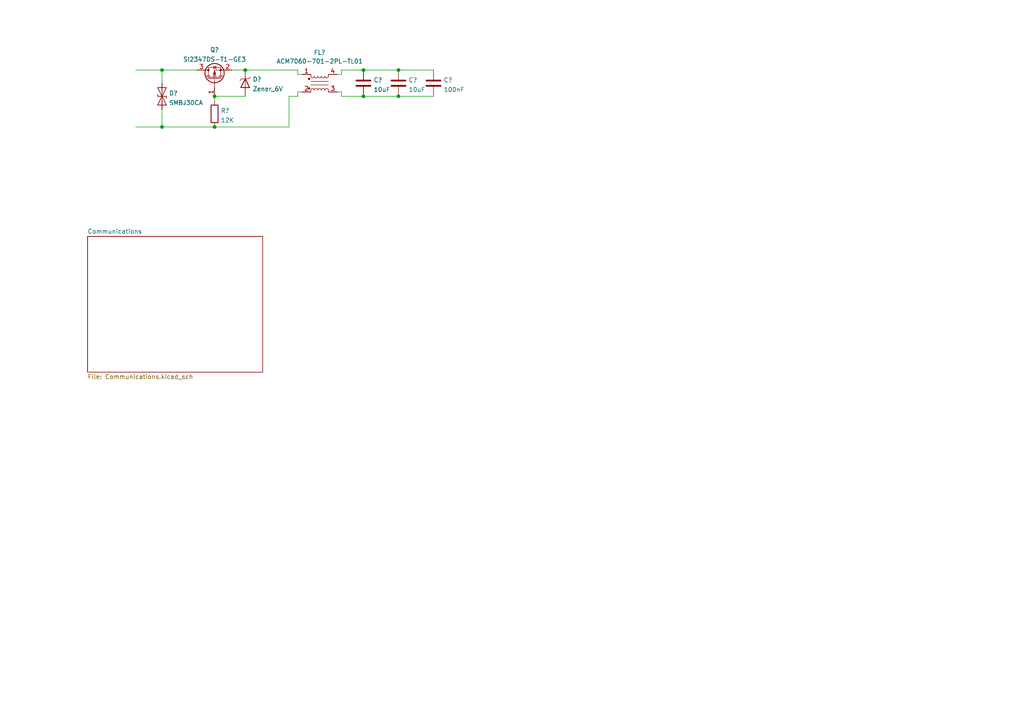
<source format=kicad_sch>
(kicad_sch (version 20211123) (generator eeschema)
  (paper "A4")
  (lib_symbols
    (symbol "Capacitor_1206:10uF" (pin_numbers hide) (pin_names (offset 0.254))
      (property "Reference" "C" (at 0.635 2.54 0))
      (property "Value" "10uF" (at 0.635 -2.54 0))
      (symbol "10uF_0_1"
        (polyline (pts (xy -2.032 -0.762) (xy 2.032 -0.762)) (stroke (width 0.508)))
        (polyline (pts (xy -2.032 0.762) (xy 2.032 0.762)) (stroke (width 0.508)))
      )
      (symbol "10uF_1_1"
        (pin passive line (at 0 3.81 270) (length 2.794) (name "~") (number "1"))
        (pin passive line (at 0 -3.81 90) (length 2.794) (name "~") (number "2"))
      )
    )
    (symbol "Capacitors_0603:100nF" (pin_numbers hide) (pin_names (offset 0.254))
      (property "Reference" "C" (at 0.635 2.54 0))
      (property "Value" "100nF" (at 0.635 -2.54 0))
      (symbol "100nF_0_1"
        (polyline (pts (xy -2.032 -0.762) (xy 2.032 -0.762)) (stroke (width 0.508)))
        (polyline (pts (xy -2.032 0.762) (xy 2.032 0.762)) (stroke (width 0.508)))
      )
      (symbol "100nF_1_1"
        (pin passive line (at 0 3.81 270) (length 2.794) (name "~") (number "1"))
        (pin passive line (at 0 -3.81 90) (length 2.794) (name "~") (number "2"))
      )
    )
    (symbol "Diodes:SMBJ30CA" (pin_numbers hide) (pin_names hide)
      (property "Reference" "D" (at 0 2.54 0))
      (property "Value" "SMBJ30CA" (at 0 -2.54 0))
      (symbol "SMBJ30CA_1_1"
        (polyline (pts (xy 1.27 0) (xy -1.27 0)))
        (polyline (pts (xy -2.54 -1.27) (xy 0 0) (xy -2.54 1.27) (xy -2.54 -1.27)) (stroke (width 0.2032)))
        (polyline (pts (xy 0.508 1.27) (xy 0 1.27) (xy 0 -1.27) (xy -0.508 -1.27)) (stroke (width 0.2032)))
        (polyline (pts (xy 2.54 1.27) (xy 2.54 -1.27) (xy 0 0) (xy 2.54 1.27)) (stroke (width 0.2032)))
        (pin passive line (at -3.81 0 0) (length 2.54) (name "A1") (number "1"))
        (pin passive line (at 3.81 0 180) (length 2.54) (name "A2") (number "2"))
      )
    )
    (symbol "Diodes:Zener_6V" (pin_numbers hide) (pin_names (offset 1.016) hide)
      (property "Reference" "D" (at 0 2.54 0))
      (property "Value" "Zener_6V" (at 0 -2.54 0))
      (symbol "Zener_6V_0_1"
        (polyline (pts (xy -1.27 -1.016) (xy -0.762 -1.524)))
        (polyline (pts (xy -1.27 0) (xy -1.27 1.016)))
        (polyline (pts (xy -1.27 1.016) (xy -1.778 1.524)))
        (polyline (pts (xy 1.27 0) (xy -1.27 0)))
        (polyline (pts (xy -1.27 0) (xy -1.27 -0.762) (xy -1.27 -1.016)))
        (polyline (pts (xy 1.27 1.27) (xy 1.27 -1.27) (xy -1.27 0) (xy 1.27 1.27)) (stroke (width 0.254)))
      )
      (symbol "Zener_6V_1_1"
        (pin passive line (at -3.81 0 0) (length 2.54) (name "K") (number "1"))
        (pin passive line (at 3.81 0 180) (length 2.54) (name "A") (number "2"))
      )
    )
    (symbol "Inductors:ACM7060-701-2PL-TL01" (pin_names hide)
      (property "Reference" "FL" (at 5.08 -1.905 0))
      (property "Value" "ACM7060-701-2PL-TL01" (at 8.89 8.89 0))
      (symbol "ACM7060-701-2PL-TL01_0_1"
        (polyline (pts (xy 2.54 0.508) (xy 2.54 0)))
        (polyline (pts (xy 2.54 2.032) (xy 7.62 2.032)))
        (polyline (pts (xy 2.54 4.572) (xy 2.54 5.08)))
        (polyline (pts (xy 7.62 0) (xy 7.62 0.508)))
        (polyline (pts (xy 7.62 3.048) (xy 2.54 3.048)))
        (polyline (pts (xy 7.62 4.572) (xy 7.62 5.08)))
        (circle (center 2.032 1.016) (radius 0.254) (fill (type outline)))
        (circle (center 2.032 3.81) (radius 0.254) (fill (type outline)))
        (arc (start 2.54 4.572) (mid 3.048 4.064) (end 3.556 4.572))
        (arc (start 3.556 0.508) (mid 3.048 1.016) (end 2.54 0.508))
        (arc (start 3.556 4.572) (mid 4.064 4.064) (end 4.572 4.572))
        (arc (start 4.572 0.508) (mid 4.064 1.016) (end 3.556 0.508))
        (arc (start 4.572 4.572) (mid 5.08 4.064) (end 5.588 4.572))
        (arc (start 5.588 0.508) (mid 5.08 1.016) (end 4.572 0.508))
        (arc (start 5.588 4.572) (mid 6.096 4.064) (end 6.604 4.572))
        (arc (start 6.604 0.508) (mid 6.096 1.016) (end 5.588 0.508))
        (arc (start 6.604 4.572) (mid 7.112 4.064) (end 7.62 4.572))
        (arc (start 7.62 0.508) (mid 7.112 1.016) (end 6.604 0.508))
      )
      (symbol "ACM7060-701-2PL-TL01_1_1"
        (pin passive line (at 0 5.08 0) (length 2.54) (name "1") (number "1"))
        (pin passive line (at 0 0 0) (length 2.54) (name "2") (number "2"))
        (pin passive line (at 10.16 0 180) (length 2.54) (name "3") (number "3"))
        (pin passive line (at 10.16 5.08 180) (length 2.54) (name "4") (number "4"))
      )
    )
    (symbol "Resistor_0603:12K" (pin_numbers hide) (pin_names (offset 0))
      (property "Reference" "R" (at 0 2.54 0))
      (property "Value" "12K" (at 0 0 0))
      (symbol "12K_0_1"
        (rectangle (start 2.54 -1.016) (end -2.54 1.016) (stroke (width 0.254)))
      )
      (symbol "12K_1_1"
        (pin passive line (at -3.81 0 0) (length 1.27) (name "~") (number "1"))
        (pin passive line (at 3.81 0 180) (length 1.27) (name "~") (number "2"))
      )
    )
    (symbol "Transistors_MOSFET:SI2347DS-T1-GE3" (pin_names hide)
      (property "Reference" "Q" (at 1.27 3.9116 0))
      (property "Value" "SI2347DS-T1-GE3" (at 3.81 0 90))
      (symbol "SI2347DS-T1-GE3_0_1"
        (circle (center -0.889 0) (radius 2.794) (stroke (width 0.254)))
        (circle (center 0 -1.778) (radius 0.254) (fill (type outline)))
        (polyline (pts (xy -2.286 0) (xy -5.08 0)))
        (polyline (pts (xy -2.286 1.905) (xy -2.286 -1.905)) (stroke (width 0.254)))
        (polyline (pts (xy -1.778 -1.27) (xy -1.778 -2.286)) (stroke (width 0.254)))
        (polyline (pts (xy -1.778 0.508) (xy -1.778 -0.508)) (stroke (width 0.254)))
        (polyline (pts (xy -1.778 2.286) (xy -1.778 1.27)) (stroke (width 0.254)))
        (polyline (pts (xy 0 2.54) (xy 0 1.778)))
        (polyline (pts (xy 0 -2.54) (xy 0 0) (xy -1.778 0)))
        (polyline (pts (xy -1.778 1.778) (xy 0.762 1.778) (xy 0.762 -1.778) (xy -1.778 -1.778)))
        (polyline (pts (xy -0.254 0) (xy -1.27 0.381) (xy -1.27 -0.381) (xy -0.254 0)) (fill (type outline)))
        (polyline (pts (xy 0.254 -0.508) (xy 0.381 -0.381) (xy 1.143 -0.381) (xy 1.27 -0.254)))
        (polyline (pts (xy 0.762 -0.381) (xy 0.381 0.254) (xy 1.143 0.254) (xy 0.762 -0.381)))
        (circle (center 0 1.778) (radius 0.254) (fill (type outline)))
      )
      (symbol "SI2347DS-T1-GE3_1_1"
        (pin passive line (at -7.62 0 0) (length 2.54) (name "G") (number "1"))
        (pin passive line (at 0 -5.08 90) (length 2.54) (name "S") (number "2"))
        (pin passive line (at 0 5.08 270) (length 2.54) (name "D") (number "3"))
      )
    )
  )
  (junction (at 105.41 27.94))
  (junction (at 115.57 27.94))
  (junction (at 62.23 27.94))
  (junction (at 46.99 20.32))
  (junction (at 105.41 20.32))
  (junction (at 71.12 20.32))
  (junction (at 46.99 36.83))
  (junction (at 115.57 20.32))
  (junction (at 62.23 36.83))
  (wire (pts (xy 39.37 36.83) (xy 46.99 36.83)))
  (wire (pts (xy 46.99 20.32) (xy 46.99 24.13)))
  (wire (pts (xy 67.31 20.32) (xy 71.12 20.32)))
  (wire (pts (xy 62.23 27.94) (xy 71.12 27.94)))
  (wire (pts (xy 83.82 27.94) (xy 83.82 36.83)))
  (wire (pts (xy 46.99 36.83) (xy 62.23 36.83)))
  (wire (pts (xy 87.63 21.59) (xy 86.36 21.59)))
  (wire (pts (xy 46.99 31.75) (xy 46.99 36.83)))
  (wire (pts (xy 99.06 27.94) (xy 105.41 27.94)))
  (wire (pts (xy 39.37 20.32) (xy 46.99 20.32)))
  (wire (pts (xy 99.06 20.32) (xy 105.41 20.32)))
  (wire (pts (xy 105.41 27.94) (xy 115.57 27.94)))
  (wire (pts (xy 99.06 26.67) (xy 99.06 27.94)))
  (wire (pts (xy 71.12 20.32) (xy 86.36 20.32)))
  (wire (pts (xy 99.06 21.59) (xy 99.06 20.32)))
  (wire (pts (xy 83.82 27.94) (xy 86.36 27.94)))
  (wire (pts (xy 86.36 26.67) (xy 86.36 27.94)))
  (wire (pts (xy 86.36 20.32) (xy 86.36 21.59)))
  (wire (pts (xy 62.23 27.94) (xy 62.23 29.21)))
  (wire (pts (xy 115.57 20.32) (xy 125.73 20.32)))
  (wire (pts (xy 97.79 21.59) (xy 99.06 21.59)))
  (wire (pts (xy 62.23 36.83) (xy 83.82 36.83)))
  (wire (pts (xy 87.63 26.67) (xy 86.36 26.67)))
  (wire (pts (xy 97.79 26.67) (xy 99.06 26.67)))
  (wire (pts (xy 105.41 20.32) (xy 115.57 20.32)))
  (wire (pts (xy 115.57 27.94) (xy 125.73 27.94)))
  (wire (pts (xy 46.99 20.32) (xy 57.15 20.32)))
  (symbol (lib_id "Capacitor_1206:10uF") (at 105.41 24.13 0) (unit 1)
    (property "Reference" "C?" (at 108.331 23.2215 0) (effects (justify left)))
    (property "Value" "10uF" (at 108.331 25.9966 0) (effects (justify left)))
    (property "Footprint" "Capacitor_SMD:C_1206_3216Metric" (effects hide))
    (property "Datasheet" "https://www.mouser.be/datasheet/2/281/GRT31CR61H106ME01-01-1065064.pdf" (effects hide))
    (property "Manufacturer" "Murata Electronics" (effects hide))
    (property "MPN" "GRT31CR61H106ME01L" (effects hide))
    (property "Supplier" "Mouser" (effects hide))
    (property "Supplier Nr." "81-GRT31CR61H106ME1L" (effects hide))
    (property "Tolerance" "20%" (effects hide))
    (property "Voltage" "50V" (effects hide))
    (property "Description" "Multilayer Ceramic Capacitors MLCC - SMD/SMT 10uF+/-20% 50V X5R 1206" (effects hide))
  )
  (symbol (lib_id "Transistors_MOSFET:SI2347DS-T1-GE3") (at 62.23 20.32 90) (unit 1)
    (property "Reference" "Q?" (at 62.23 14.4485 90))
    (property "Value" "SI2347DS-T1-GE3" (at 62.23 17.2236 90))
    (property "Footprint" "Transistors:SOT-23" (effects hide))
    (property "Datasheet" "https://www.mouser.be/datasheet/2/427/VISH_S_A0010613203_1-2570990.pdf" (effects hide))
    (property "Description" "MOSFET -30V Vds 20V Vgs SOT-23" (effects hide))
    (property "Manufacturer" "Vishay Semiconductors" (effects hide))
    (property "MPN" "SI2347DS-T1-GE3" (effects hide))
    (property "Supplier" "Mouser" (effects hide))
    (property "Supplier Nr." "78-SI2347DS-T1-GE3" (effects hide))
  )
  (symbol (lib_id "Diodes:SMBJ30CA") (at 46.99 27.94 90) (unit 1)
    (property "Reference" "D?" (at 48.9966 27.0315 90) (effects (justify right)))
    (property "Value" "SMBJ30CA" (at 48.9966 29.8066 90) (effects (justify right)))
    (property "Footprint" "Semiconductors:D_SMB" (effects hide))
    (property "Datasheet" "https://www.mouser.be/datasheet/2/240/Littelfuse_TVS_Diode_SMBJ_Datasheet.pdf-1108540.pdf" (effects hide))
    (property "Description" "Suppresseurs ESD / diodes TVS 600W 30V 5% Bi-Directional" (effects hide))
    (property "Manufacturer" "Littelfuse" (effects hide))
    (property "MPN" "SMBJ30CA" (effects hide))
    (property "Supplier" "Mouser" (effects hide))
    (property "Supplier Part Number" "576-SMBJ30CA" (effects hide))
  )
  (symbol (lib_id "Capacitors_0603:100nF") (at 125.73 24.13 0) (unit 1)
    (property "Reference" "C?" (at 128.651 23.2215 0) (effects (justify left)))
    (property "Value" "100nF" (at 128.651 25.9966 0) (effects (justify left)))
    (property "Footprint" "Capacitor_SMD:C_0603_1608Metric" (effects hide))
    (property "Datasheet" "https://media.digikey.com/pdf/Data%20Sheets/Samsung%20PDFs/CL_Series_MLCC_ds.pdf" (effects hide))
    (property "Manufacturer" "Samsung Electro-Mechanics" (effects hide))
    (property "MPN" "CL10B104KB8NNNC" (effects hide))
    (property "Supplier" "Digikey" (effects hide))
    (property "Supplier Nr." "1276-1000-1-ND" (effects hide))
    (property "Description" "0.1µF ±10% 50V Ceramic Capacitor X7R 0603 (1608 Metric)" (effects hide))
    (property "Tolerance" "10%" (effects hide))
    (property "Voltage" "50V" (effects hide))
    (property "Dielectric" "X7R" (effects hide))
    (property "Price" "0.09" (effects hide))
  )
  (symbol (lib_id "Resistor_0603:12K") (at 62.23 33.02 90) (unit 1)
    (property "Reference" "R?" (at 64.008 32.1115 90) (effects (justify right)))
    (property "Value" "12K" (at 64.008 34.8866 90) (effects (justify right)))
    (property "Footprint" "Resistor_SMD:R_0603_1608Metric" (effects hide))
    (property "Datasheet" "https://www.mouser.es/datasheet/2/447/PYu-RT_1-to-0.01_RoHS_L_11-1669912.pdf" (effects hide))
    (property "Manufacturer" "Yageo" (effects hide))
    (property "MPN" "RT0603FRE0712KL" (effects hide))
    (property "Supplier" "Mouser" (effects hide))
    (property "Supplier Part Number" "603-RT0603FRE0712KL" (effects hide))
    (property "Description" "12 kOhms ±1% 0.1W, 1/10W Chip Resistor 0603 (1608 Metric)  Thin Film" (effects hide))
  )
  (symbol (lib_id "Diodes:Zener_6V") (at 71.12 24.13 270) (unit 1)
    (property "Reference" "D?" (at 73.279 23.031 90) (effects (justify left)))
    (property "Value" "Zener_6V" (at 73.279 25.8061 90) (effects (justify left)))
    (property "Footprint" "Semiconductors:D_SOD-123" (effects hide))
    (property "Datasheet" "https://www.mouser.be/datasheet/2/427/VISH_S_A0003941535_1-2569124.pdf" (effects hide))
    (property "Manufacturer" "Vishay" (effects hide))
    (property "MPN" "MMSZ5233B-E3-08" (effects hide))
    (property "Supplier" "Mouser" (effects hide))
    (property "Supplier Part Number" "78-MMSZ5233B-E3-08" (effects hide))
    (property "Voltage" "6V" (effects hide))
    (property "Power" "500mW" (effects hide))
  )
  (symbol (lib_id "Inductors:ACM7060-701-2PL-TL01") (at 87.63 26.67 0) (unit 1)
    (property "Reference" "FL?" (at 92.71 15.24 0))
    (property "Value" "ACM7060-701-2PL-TL01" (at 92.71 17.78 0))
    (property "Footprint" "Inductors:ChokeSMD_ACM7060" (effects hide))
    (property "Datasheet" "https://product.tdk.com/system/files/dam/doc/product/emc/emc/cmf_cmc/catalog/cmf_commercial_power_acm7060_en.pdf" (effects hide))
    (property "Description" "Common Mode Chokes / Filters 700ohms 100MHz 50volts" (effects hide))
    (property "Manufacturer" "TDK" (effects hide))
    (property "MPN" "ACM7060-701-2PL-TL01" (effects hide))
    (property "Supplier" "Mouser" (effects hide))
    (property "Supplier Nr." "810-ACM70607012PLTL1" (effects hide))
  )
  (symbol (lib_id "Capacitor_1206:10uF") (at 115.57 24.13 0) (unit 1)
    (property "Reference" "C?" (at 118.491 23.2215 0) (effects (justify left)))
    (property "Value" "10uF" (at 118.491 25.9966 0) (effects (justify left)))
    (property "Footprint" "Capacitor_SMD:C_1206_3216Metric" (effects hide))
    (property "Datasheet" "https://www.mouser.be/datasheet/2/281/GRT31CR61H106ME01-01-1065064.pdf" (effects hide))
    (property "Manufacturer" "Murata Electronics" (effects hide))
    (property "MPN" "GRT31CR61H106ME01L" (effects hide))
    (property "Supplier" "Mouser" (effects hide))
    (property "Supplier Nr." "81-GRT31CR61H106ME1L" (effects hide))
    (property "Tolerance" "20%" (effects hide))
    (property "Voltage" "50V" (effects hide))
    (property "Description" "Multilayer Ceramic Capacitors MLCC - SMD/SMT 10uF+/-20% 50V X5R 1206" (effects hide))
  )
  (sheet (at 25.4 68.58) (size 50.8 39.37) (stroke (width 0.1524))
    (property "Sheet name" "Communications" (at 25.4 67.8684 0) (effects (justify left bottom)))
    (property "Sheet file" "Communications.kicad_sch" (at 25.4 108.5346 0) (effects (justify left top)))
  )
)
</source>
